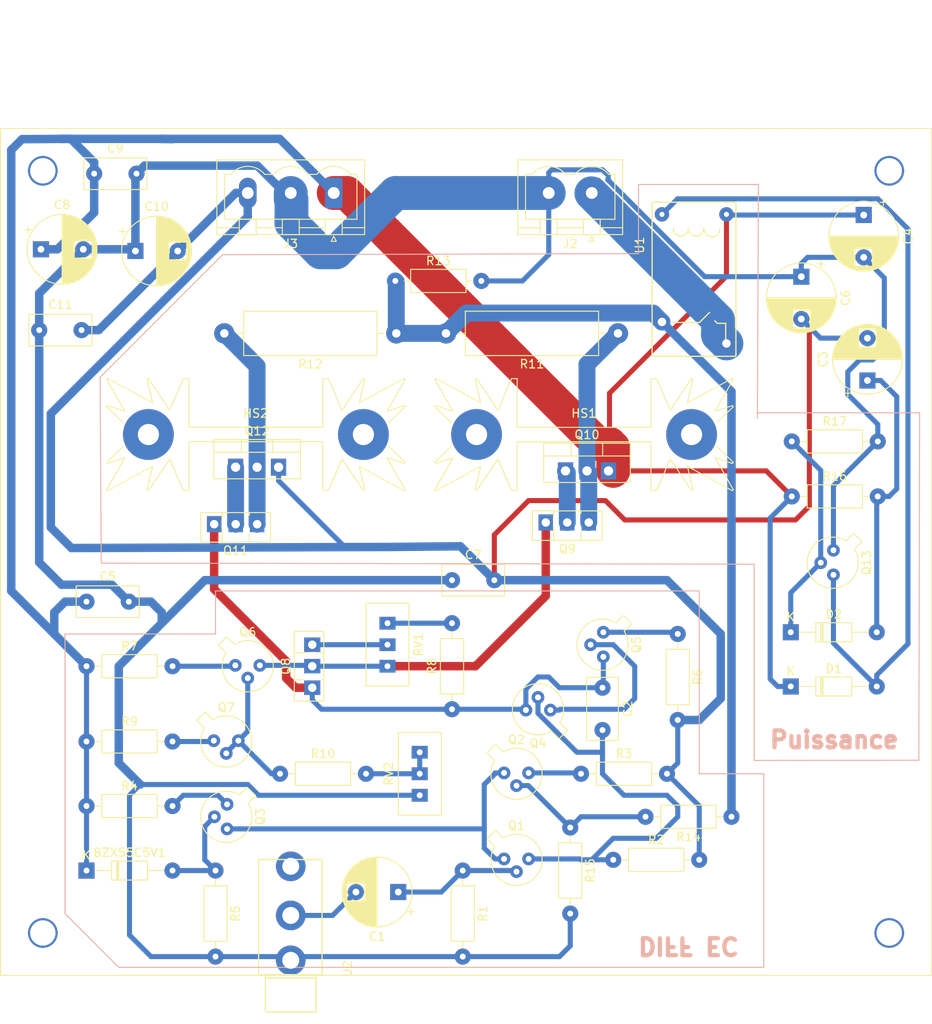
<source format=kicad_pcb>
(kicad_pcb (version 20171130) (host pcbnew "(5.1.5)-3")
  (title_block (title Ampli_Cavailles_Marina_GpeD) (date 2020-04-06) (company "INSA Toulouse GEI"))
  (layers (0 F.Cu signal) (31 B.Cu signal) (34 B.Paste user) (35 F.Paste user) (36 B.SilkS user) (37 F.SilkS user) (38 B.Mask user) (39 F.Mask user) (44 Edge.Cuts user))
  (net 0 "")
  (net 1 +12V)
  (net 2 "Net-(BZX55C5V1-Pad2)")
  (net 3 "Net-(C1-Pad2)")
  (net 4 "Net-(C1-Pad1)")
  (net 5 "Net-(C2-Pad2)")
  (net 6 "Net-(C2-Pad1)")
  (net 7 "Net-(C3-Pad1)")
  (net 8 -12V)
  (net 9 GND)
  (net 10 "Net-(D1-Pad2)")
  (net 11 "Net-(D2-Pad1)")
  (net 12 "Net-(J2-Pad1)")
  (net 13 "Net-(Q1-Pad1)")
  (net 14 "Net-(Q2-Pad2)")
  (net 15 "Net-(Q2-Pad3)")
  (net 16 "Net-(Q3-Pad1)")
  (net 17 "Net-(Q4-Pad1)")
  (net 18 "Net-(Q5-Pad1)")
  (net 19 "Net-(Q6-Pad1)")
  (net 20 "Net-(Q6-Pad2)")
  (net 21 "Net-(Q6-Pad3)")
  (net 22 "Net-(Q7-Pad1)")
  (net 23 "Net-(Q8-Pad3)")
  (net 24 "Net-(Q10-Pad1)")
  (net 25 "Net-(Q10-Pad2)")
  (net 26 "Net-(Q11-Pad1)")
  (net 27 "Net-(Q11-Pad2)")
  (net 28 "Net-(R8-Pad2)")
  (net 29 "Net-(R10-Pad2)")
  (net 30 "Net-(R11-Pad2)")
  (net 31 "Net-(U2-PadTN)")
  (module CmpAmpliAudio:CP_Radial_D8.0mm_P5.00mm (layer F.Cu) (at 30.1752 39.66972)
    (fp_text reference C8 (at 2.5 -5.25) (layer F.SilkS))
    (fp_text value CP)
    (pad 1 thru_hole rect (at 0 0) (size 1.9 1.9) (drill 0.8) (layers *.Cu *.Mask) (net 1 +12V))
    (pad 2 thru_hole circle (at 5 0) (size 1.9 1.9) (drill 0.8) (layers *.Cu *.Mask) (net 9 GND))
  )
  (module CmpAmpliAudio:CP_Radial_D8.0mm_P5.00mm (layer F.Cu) (at 41.3385 39.87292)
    (fp_text reference C10 (at 2.5 -5.25) (layer F.SilkS))
    (fp_text value CP)
    (pad 2 thru_hole circle (at 5 0) (size 1.9 1.9) (drill 0.8) (layers *.Cu *.Mask) (net 8 -12V))
    (pad 1 thru_hole rect (at 0 0) (size 1.9 1.9) (drill 0.8) (layers *.Cu *.Mask) (net 9 GND))
  )
  (module CmpAmpliAudioTR:Relais_112LMH2 (layer F.Cu) (at 94.02064 10.48258 270)
    (fp_text reference U1 (at 28.7 -6.9 90) (layer F.SilkS))
    (fp_text value Relay_1CT)
    (pad b1 thru_hole circle (at 25.065 -9.525 270) (size 1.7 1.7) (drill 0.6) (layers *.Cu *.Mask) (net 10 "Net-(D1-Pad2)"))
    (pad c1 thru_hole circle (at 37.765 -9.525 270) (size 2 2) (drill 1) (layers *.Cu *.Mask) (net 30 "Net-(R11-Pad2)"))
    (pad b2 thru_hole circle (at 25.065 -17.145 270) (size 1.7 1.7) (drill 0.6) (layers *.Cu *.Mask) (net 1 +12V))
    (pad c2 thru_hole circle (at 40.305 -17.145 270) (size 2 2) (drill 1) (layers *.Cu *.Mask) (net 12 "Net-(J2-Pad1)"))
  )
  (module CmpAmpliAudioTR:Jack_35RAPC2AV (layer F.Cu) (at 59.69 125.73 90)
    (fp_text reference U2 (at 1.1 6.7 90) (layer F.SilkS))
    (fp_text value Jack_Mono)
    (pad TN thru_hole circle (at 13.2 0 90) (size 3.5 3.5) (drill 2) (layers *.Cu *.Mask) (net 31 "Net-(U2-PadTN)"))
    (pad G thru_hole circle (at 2.1 0 90) (size 3.5 3.5) (drill 2) (layers *.Cu *.Mask) (net 9 GND))
    (pad T thru_hole circle (at 7.4 0 90) (size 3.5 3.5) (drill 2) (layers *.Cu *.Mask) (net 3 "Net-(C1-Pad2)"))
  )
  (module CmpAmpliAudio:D_DO-35_SOD27_P10.16mm_Horizontal (layer F.Cu) (at 35.56 113.03)
    (fp_text reference BZX55C5V1 (at 5.08 -2.12) (layer F.SilkS))
    (fp_text value D_Zener_ALT)
    (fp_text user K (at 0 -1.8) (layer F.SilkS))
    (pad 1 thru_hole rect (at 0 0) (size 1.9 1.9) (drill 0.7) (layers *.Cu *.Mask) (net 1 +12V))
    (pad 2 thru_hole oval (at 10.16 0) (size 1.9 1.9) (drill 0.7) (layers *.Cu *.Mask) (net 2 "Net-(BZX55C5V1-Pad2)"))
  )
  (module CmpAmpliAudio:CP_Radial_D8.0mm_P5.00mm (layer F.Cu) (at 72.39 115.57 180)
    (fp_text reference C1 (at 2.5 -5.25) (layer F.SilkS))
    (fp_text value CP)
    (pad 2 thru_hole circle (at 5 0 180) (size 1.9 1.9) (drill 0.8) (layers *.Cu *.Mask) (net 3 "Net-(C1-Pad2)"))
    (pad 1 thru_hole rect (at 0 0 180) (size 1.9 1.9) (drill 0.8) (layers *.Cu *.Mask) (net 4 "Net-(C1-Pad1)"))
  )
  (module CmpAmpliAudio:C_Rect_L7.2mm_W3.5mm_P5.00mm_FKS2_FKP2_MKS2_MKP2 (layer F.Cu) (at 96.52 91.44 270)
    (fp_text reference C2 (at 2.5 -3 90) (layer F.SilkS))
    (fp_text value C)
    (pad 2 thru_hole circle (at 5 0 270) (size 1.9 1.9) (drill 0.7) (layers *.Cu *.Mask) (net 5 "Net-(C2-Pad2)"))
    (pad 1 thru_hole circle (at 0 0 270) (size 1.9 1.9) (drill 0.7) (layers *.Cu *.Mask) (net 6 "Net-(C2-Pad1)"))
  )
  (module CmpAmpliAudio:CP_Radial_D8.0mm_P5.00mm (layer F.Cu) (at 127.8255 55.15864 90)
    (fp_text reference C3 (at 2.5 -5.25 90) (layer F.SilkS))
    (fp_text value CP)
    (pad 1 thru_hole rect (at 0 0 90) (size 1.9 1.9) (drill 0.8) (layers *.Cu *.Mask) (net 7 "Net-(C3-Pad1)"))
    (pad 2 thru_hole circle (at 5 0 90) (size 1.9 1.9) (drill 0.8) (layers *.Cu *.Mask) (net 8 -12V))
  )
  (module CmpAmpliAudio:CP_Radial_D8.0mm_P5.00mm (layer F.Cu) (at 127.381 35.62096 270)
    (fp_text reference C4 (at 2.5 -5.25 90) (layer F.SilkS))
    (fp_text value CP)
    (pad 2 thru_hole circle (at 5 0 270) (size 1.9 1.9) (drill 0.8) (layers *.Cu *.Mask) (net 9 GND))
    (pad 1 thru_hole rect (at 0 0 270) (size 1.9 1.9) (drill 0.8) (layers *.Cu *.Mask) (net 1 +12V))
  )
  (module CmpAmpliAudio:C_Rect_L7.2mm_W3.5mm_P5.00mm_FKS2_FKP2_MKS2_MKP2 (layer F.Cu) (at 35.56 81.28)
    (fp_text reference C5 (at 2.5 -3) (layer F.SilkS))
    (fp_text value C)
    (pad 2 thru_hole circle (at 5 0) (size 1.9 1.9) (drill 0.7) (layers *.Cu *.Mask) (net 9 GND))
    (pad 1 thru_hole circle (at 0 0) (size 1.9 1.9) (drill 0.7) (layers *.Cu *.Mask) (net 1 +12V))
  )
  (module CmpAmpliAudio:CP_Radial_D8.0mm_P5.00mm (layer F.Cu) (at 120.00992 42.90314 270)
    (fp_text reference C6 (at 2.5 -5.25 90) (layer F.SilkS))
    (fp_text value CP)
    (pad 1 thru_hole rect (at 0 0 270) (size 1.9 1.9) (drill 0.8) (layers *.Cu *.Mask) (net 9 GND))
    (pad 2 thru_hole circle (at 5 0 270) (size 1.9 1.9) (drill 0.8) (layers *.Cu *.Mask) (net 8 -12V))
  )
  (module CmpAmpliAudio:C_Rect_L7.2mm_W3.5mm_P5.00mm_FKS2_FKP2_MKS2_MKP2 (layer F.Cu) (at 78.74 78.74)
    (fp_text reference C7 (at 2.5 -3) (layer F.SilkS))
    (fp_text value C)
    (pad 1 thru_hole circle (at 0 0) (size 1.9 1.9) (drill 0.7) (layers *.Cu *.Mask) (net 9 GND))
    (pad 2 thru_hole circle (at 5 0) (size 1.9 1.9) (drill 0.7) (layers *.Cu *.Mask) (net 8 -12V))
  )
  (module CmpAmpliAudio:C_Rect_L7.2mm_W3.5mm_P5.00mm_FKS2_FKP2_MKS2_MKP2 (layer F.Cu) (at 36.46678 30.73908)
    (fp_text reference C9 (at 2.5 -3) (layer F.SilkS))
    (fp_text value C)
    (pad 1 thru_hole circle (at 0 0) (size 1.9 1.9) (drill 0.7) (layers *.Cu *.Mask) (net 1 +12V))
    (pad 2 thru_hole circle (at 5 0) (size 1.9 1.9) (drill 0.7) (layers *.Cu *.Mask) (net 9 GND))
  )
  (module CmpAmpliAudio:C_Rect_L7.2mm_W3.5mm_P5.00mm_FKS2_FKP2_MKS2_MKP2 (layer F.Cu) (at 29.972 49.2125)
    (fp_text reference C11 (at 2.5 -3) (layer F.SilkS))
    (fp_text value C)
    (pad 1 thru_hole circle (at 0 0) (size 1.9 1.9) (drill 0.7) (layers *.Cu *.Mask) (net 9 GND))
    (pad 2 thru_hole circle (at 5 0) (size 1.9 1.9) (drill 0.7) (layers *.Cu *.Mask) (net 8 -12V))
  )
  (module CmpAmpliAudio:D_DO-35_SOD27_P10.16mm_Horizontal (layer F.Cu) (at 118.76278 91.29268)
    (fp_text reference D1 (at 5.08 -2.12) (layer F.SilkS))
    (fp_text value 1N4148)
    (fp_text user K (at 0 -1.8) (layer F.SilkS))
    (pad 1 thru_hole rect (at 0 0) (size 1.9 1.9) (drill 0.7) (layers *.Cu *.Mask) (net 1 +12V))
    (pad 2 thru_hole oval (at 10.16 0) (size 1.9 1.9) (drill 0.7) (layers *.Cu *.Mask) (net 10 "Net-(D1-Pad2)"))
  )
  (module CmpAmpliAudio:D_DO-35_SOD27_P10.16mm_Horizontal (layer F.Cu) (at 118.76278 84.8868)
    (fp_text reference D2 (at 5.08 -2.12) (layer F.SilkS))
    (fp_text value 1N4148)
    (fp_text user K (at 0 -1.8) (layer F.SilkS))
    (pad 2 thru_hole oval (at 10.16 0) (size 1.9 1.9) (drill 0.7) (layers *.Cu *.Mask) (net 7 "Net-(C3-Pad1)"))
    (pad 1 thru_hole rect (at 0 0) (size 1.9 1.9) (drill 0.7) (layers *.Cu *.Mask) (net 11 "Net-(D2-Pad1)"))
  )
  (module CmpAmpliAudio:Heatsink_Fischer_SK104-STC-STIC_35x13mm_2xDrill2.5mm (layer F.Cu) (at 94.34322 61.5442)
    (fp_text reference HS1 (at -0.025 -2.5) (layer F.SilkS))
    (fp_text value Heatsink)
    (pad 1 thru_hole circle (at -12.7 0 180) (size 6 6) (drill 2.5) (layers *.Cu *.Mask))
    (pad 1 thru_hole circle (at 12.7 0) (size 6 6) (drill 2.5) (layers *.Cu *.Mask))
  )
  (module CmpAmpliAudio:Heatsink_Fischer_SK104-STC-STIC_35x13mm_2xDrill2.5mm (layer F.Cu) (at 55.57266 61.54166)
    (fp_text reference HS2 (at -0.025 -2.5) (layer F.SilkS))
    (fp_text value Heatsink)
    (pad 1 thru_hole circle (at 12.7 0) (size 6 6) (drill 2.5) (layers *.Cu *.Mask))
    (pad 1 thru_hole circle (at -12.7 0 180) (size 6 6) (drill 2.5) (layers *.Cu *.Mask))
  )
  (module CmpAmpliAudio:PhoenixContact_MSTBVA_2,5_2-G-5,08_1x02_P5.08mm_Vertical (layer F.Cu) (at 95.25 33.02 180)
    (fp_text reference J2 (at 2.54 -6) (layer F.SilkS))
    (fp_text value Conn_01x02)
    (pad 1 thru_hole roundrect (at 0 0 180) (size 2.08 3.6) (drill 1.4) (layers *.Cu *.Mask) (roundrect_rratio 0.120192) (net 12 "Net-(J2-Pad1)"))
    (pad 2 thru_hole oval (at 5.08 0 180) (size 2.08 3.6) (drill 1.4) (layers *.Cu *.Mask) (net 9 GND))
  )
  (module CmpAmpliAudio:PhoenixContact_MSTBVA_2,5_3-G-5,08_1x03_P5.08mm_Vertical (layer F.Cu) (at 64.77 33.02 180)
    (fp_text reference J3 (at 5.08 -6) (layer F.SilkS))
    (fp_text value Conn_01x03)
    (pad 1 thru_hole roundrect (at 0 0 180) (size 2.08 3.6) (drill 1.4) (layers *.Cu *.Mask) (roundrect_rratio 0.120192) (net 1 +12V))
    (pad 2 thru_hole oval (at 5.08 0 180) (size 2.08 3.6) (drill 1.4) (layers *.Cu *.Mask) (net 9 GND))
    (pad 3 thru_hole oval (at 10.16 0 180) (size 2.08 3.6) (drill 1.4) (layers *.Cu *.Mask) (net 8 -12V))
  )
  (module CmpAmpliAudio:TO-18-3 (layer F.Cu) (at 85.09 111.76)
    (fp_text reference Q1 (at 1.27 -4.02) (layer F.SilkS))
    (fp_text value 2N2907)
    (pad 1 thru_hole circle (at -0.2 -0.1) (size 1.5 1.5) (drill 0.7) (layers *.Cu *.Mask) (net 13 "Net-(Q1-Pad1)"))
    (pad 2 thru_hole circle (at 1.27 1.4) (size 1.5 1.5) (drill 0.7) (layers *.Cu *.Mask) (net 4 "Net-(C1-Pad1)"))
    (pad 3 thru_hole circle (at 2.7 -0.1) (size 1.5 1.5) (drill 0.7) (layers *.Cu *.Mask) (net 5 "Net-(C2-Pad2)"))
  )
  (module CmpAmpliAudio:TO-18-3 (layer F.Cu) (at 85.09 101.6)
    (fp_text reference Q2 (at 1.27 -4.02) (layer F.SilkS))
    (fp_text value 2N2907)
    (pad 1 thru_hole circle (at -0.2 -0.1) (size 1.5 1.5) (drill 0.7) (layers *.Cu *.Mask) (net 13 "Net-(Q1-Pad1)"))
    (pad 2 thru_hole circle (at 1.27 1.4) (size 1.5 1.5) (drill 0.7) (layers *.Cu *.Mask) (net 14 "Net-(Q2-Pad2)"))
    (pad 3 thru_hole circle (at 2.7 -0.1) (size 1.5 1.5) (drill 0.7) (layers *.Cu *.Mask) (net 15 "Net-(Q2-Pad3)"))
  )
  (module CmpAmpliAudio:TO-18-3 (layer F.Cu) (at 52.07 105.41 270)
    (fp_text reference Q3 (at 1.27 -4.02 90) (layer F.SilkS))
    (fp_text value 2N2907)
    (pad 3 thru_hole circle (at 2.7 -0.1 270) (size 1.5 1.5) (drill 0.7) (layers *.Cu *.Mask) (net 13 "Net-(Q1-Pad1)"))
    (pad 2 thru_hole circle (at 1.27 1.4 270) (size 1.5 1.5) (drill 0.7) (layers *.Cu *.Mask) (net 2 "Net-(BZX55C5V1-Pad2)"))
    (pad 1 thru_hole circle (at -0.2 -0.1 270) (size 1.5 1.5) (drill 0.7) (layers *.Cu *.Mask) (net 16 "Net-(Q3-Pad1)"))
  )
  (module CmpAmpliAudio:TO-18-3 (layer F.Cu) (at 90.17 93.98 180)
    (fp_text reference Q4 (at 1.27 -4.02) (layer F.SilkS))
    (fp_text value 2N2222)
    (pad 3 thru_hole circle (at 2.7 -0.1 180) (size 1.5 1.5) (drill 0.7) (layers *.Cu *.Mask) (net 6 "Net-(C2-Pad1)"))
    (pad 2 thru_hole circle (at 1.27 1.4 180) (size 1.5 1.5) (drill 0.7) (layers *.Cu *.Mask) (net 5 "Net-(C2-Pad2)"))
    (pad 1 thru_hole circle (at -0.2 -0.1 180) (size 1.5 1.5) (drill 0.7) (layers *.Cu *.Mask) (net 17 "Net-(Q4-Pad1)"))
  )
  (module CmpAmpliAudio:TO-18-3 (layer F.Cu) (at 96.52 85.09 270)
    (fp_text reference Q5 (at 1.27 -4.02 90) (layer F.SilkS))
    (fp_text value 2N2222)
    (pad 1 thru_hole circle (at -0.2 -0.1 270) (size 1.5 1.5) (drill 0.7) (layers *.Cu *.Mask) (net 18 "Net-(Q5-Pad1)"))
    (pad 2 thru_hole circle (at 1.27 1.4 270) (size 1.5 1.5) (drill 0.7) (layers *.Cu *.Mask) (net 17 "Net-(Q4-Pad1)"))
    (pad 3 thru_hole circle (at 2.7 -0.1 270) (size 1.5 1.5) (drill 0.7) (layers *.Cu *.Mask) (net 6 "Net-(C2-Pad1)"))
  )
  (module CmpAmpliAudio:TO-18-3 (layer F.Cu) (at 53.34 88.9)
    (fp_text reference Q6 (at 1.27 -4.02) (layer F.SilkS))
    (fp_text value 2N2907)
    (pad 1 thru_hole circle (at -0.2 -0.1) (size 1.5 1.5) (drill 0.7) (layers *.Cu *.Mask) (net 19 "Net-(Q6-Pad1)"))
    (pad 2 thru_hole circle (at 1.27 1.4) (size 1.5 1.5) (drill 0.7) (layers *.Cu *.Mask) (net 20 "Net-(Q6-Pad2)"))
    (pad 3 thru_hole circle (at 2.7 -0.1) (size 1.5 1.5) (drill 0.7) (layers *.Cu *.Mask) (net 21 "Net-(Q6-Pad3)"))
  )
  (module CmpAmpliAudio:TO-18-3 (layer F.Cu) (at 50.8 97.79)
    (fp_text reference Q7 (at 1.27 -4.02) (layer F.SilkS))
    (fp_text value 2N2907)
    (pad 3 thru_hole circle (at 2.7 -0.1) (size 1.5 1.5) (drill 0.7) (layers *.Cu *.Mask) (net 20 "Net-(Q6-Pad2)"))
    (pad 2 thru_hole circle (at 1.27 1.4) (size 1.5 1.5) (drill 0.7) (layers *.Cu *.Mask) (net 20 "Net-(Q6-Pad2)"))
    (pad 1 thru_hole circle (at -0.2 -0.1) (size 1.5 1.5) (drill 0.7) (layers *.Cu *.Mask) (net 22 "Net-(Q7-Pad1)"))
  )
  (module CmpAmpliAudio:TO-126-3_Vertical (layer F.Cu) (at 62.23 91.44 90)
    (fp_text reference Q8 (at 2.54 -3.12 90) (layer F.SilkS))
    (fp_text value BD139)
    (pad 1 thru_hole rect (at 0 0 90) (size 1.7 1.9) (drill 1) (layers *.Cu *.Mask) (net 6 "Net-(C2-Pad1)"))
    (pad 2 thru_hole rect (at 2.54 0 90) (size 1.7 1.9) (drill 1) (layers *.Cu *.Mask) (net 21 "Net-(Q6-Pad3)"))
    (pad 3 thru_hole rect (at 5.08 0 90) (size 1.7 1.9) (drill 1) (layers *.Cu *.Mask) (net 23 "Net-(Q8-Pad3)"))
  )
  (module CmpAmpliAudio:TO-126-3_Vertical (layer F.Cu) (at 94.89694 71.92772 180)
    (fp_text reference Q9 (at 2.54 -3.12) (layer F.SilkS))
    (fp_text value BD139)
    (pad 3 thru_hole rect (at 5.08 0 180) (size 1.7 1.9) (drill 1) (layers *.Cu *.Mask) (net 21 "Net-(Q6-Pad3)"))
    (pad 2 thru_hole rect (at 2.54 0 180) (size 1.7 1.9) (drill 1) (layers *.Cu *.Mask) (net 24 "Net-(Q10-Pad1)"))
    (pad 1 thru_hole rect (at 0 0 180) (size 1.7 1.9) (drill 1) (layers *.Cu *.Mask) (net 25 "Net-(Q10-Pad2)"))
  )
  (module CmpAmpliAudio:TO-220-3_Vertical (layer F.Cu) (at 92.14866 65.8368)
    (fp_text reference Q10 (at 2.54 -4.27) (layer F.SilkS))
    (fp_text value TIP32)
    (pad 1 thru_hole rect (at 0 0) (size 1.8 2) (drill 1.1) (layers *.Cu *.Mask) (net 24 "Net-(Q10-Pad1)"))
    (pad 2 thru_hole rect (at 2.54 0) (size 1.8 2) (drill 1.1) (layers *.Cu *.Mask) (net 25 "Net-(Q10-Pad2)"))
    (pad 3 thru_hole rect (at 5.08 0) (size 1.8 2) (drill 1.1) (layers *.Cu *.Mask) (net 1 +12V))
  )
  (module CmpAmpliAudio:TO-126-3_Vertical (layer F.Cu) (at 55.72252 72.13092 180)
    (fp_text reference Q11 (at 2.54 -3.12) (layer F.SilkS))
    (fp_text value BD138)
    (pad 1 thru_hole rect (at 0 0 180) (size 1.7 1.9) (drill 1) (layers *.Cu *.Mask) (net 26 "Net-(Q11-Pad1)"))
    (pad 2 thru_hole rect (at 2.54 0 180) (size 1.7 1.9) (drill 1) (layers *.Cu *.Mask) (net 27 "Net-(Q11-Pad2)"))
    (pad 3 thru_hole rect (at 5.08 0 180) (size 1.7 1.9) (drill 1) (layers *.Cu *.Mask) (net 6 "Net-(C2-Pad1)"))
  )
  (module CmpAmpliAudio:TO-220-3_Vertical (layer F.Cu) (at 53.17236 65.39992)
    (fp_text reference Q12 (at 2.54 -4.27) (layer F.SilkS))
    (fp_text value TIP31)
    (pad 3 thru_hole rect (at 5.08 0) (size 1.8 2) (drill 1.1) (layers *.Cu *.Mask) (net 8 -12V))
    (pad 2 thru_hole rect (at 2.54 0) (size 1.8 2) (drill 1.1) (layers *.Cu *.Mask) (net 26 "Net-(Q11-Pad1)"))
    (pad 1 thru_hole rect (at 0 0) (size 1.8 2) (drill 1.1) (layers *.Cu *.Mask) (net 27 "Net-(Q11-Pad2)"))
  )
  (module CmpAmpliAudio:TO-18-3 (layer F.Cu) (at 123.70562 75.41006 270)
    (fp_text reference Q13 (at 1.27 -4.02 90) (layer F.SilkS))
    (fp_text value 2N2222)
    (pad 3 thru_hole circle (at 2.7 -0.1 270) (size 1.5 1.5) (drill 0.7) (layers *.Cu *.Mask) (net 10 "Net-(D1-Pad2)"))
    (pad 2 thru_hole circle (at 1.27 1.4 270) (size 1.5 1.5) (drill 0.7) (layers *.Cu *.Mask) (net 11 "Net-(D2-Pad1)"))
    (pad 1 thru_hole circle (at -0.2 -0.1 270) (size 1.5 1.5) (drill 0.7) (layers *.Cu *.Mask) (net 9 GND))
  )
  (module CmpAmpliAudio:R_Axial_DIN0207_L6.3mm_D2.5mm_P10.16mm_Horizontal (layer F.Cu) (at 80.01 113.03 270)
    (fp_text reference R1 (at 5.08 -2.37 90) (layer F.SilkS))
    (fp_text value R)
    (pad 2 thru_hole circle (at 10.16 0 270) (size 1.9 1.9) (drill 0.7) (layers *.Cu *.Mask) (net 9 GND))
    (pad 1 thru_hole circle (at 0 0 270) (size 1.9 1.9) (drill 0.7) (layers *.Cu *.Mask) (net 4 "Net-(C1-Pad1)"))
  )
  (module CmpAmpliAudio:R_Axial_DIN0207_L6.3mm_D2.5mm_P10.16mm_Horizontal (layer F.Cu) (at 97.79 111.76)
    (fp_text reference R2 (at 5.08 -2.37) (layer F.SilkS))
    (fp_text value R)
    (pad 2 thru_hole circle (at 10.16 0) (size 1.9 1.9) (drill 0.7) (layers *.Cu *.Mask) (net 8 -12V))
    (pad 1 thru_hole circle (at 0 0) (size 1.9 1.9) (drill 0.7) (layers *.Cu *.Mask) (net 5 "Net-(C2-Pad2)"))
  )
  (module CmpAmpliAudio:R_Axial_DIN0207_L6.3mm_D2.5mm_P10.16mm_Horizontal (layer F.Cu) (at 93.98 101.6)
    (fp_text reference R3 (at 5.08 -2.37) (layer F.SilkS))
    (fp_text value R)
    (pad 1 thru_hole circle (at 0 0) (size 1.9 1.9) (drill 0.7) (layers *.Cu *.Mask) (net 15 "Net-(Q2-Pad3)"))
    (pad 2 thru_hole circle (at 10.16 0) (size 1.9 1.9) (drill 0.7) (layers *.Cu *.Mask) (net 8 -12V))
  )
  (module CmpAmpliAudio:R_Axial_DIN0207_L6.3mm_D2.5mm_P10.16mm_Horizontal (layer F.Cu) (at 35.56 105.41)
    (fp_text reference R4 (at 5.08 -2.37) (layer F.SilkS))
    (fp_text value R)
    (pad 1 thru_hole circle (at 0 0) (size 1.9 1.9) (drill 0.7) (layers *.Cu *.Mask) (net 1 +12V))
    (pad 2 thru_hole circle (at 10.16 0) (size 1.9 1.9) (drill 0.7) (layers *.Cu *.Mask) (net 16 "Net-(Q3-Pad1)"))
  )
  (module CmpAmpliAudio:R_Axial_DIN0207_L6.3mm_D2.5mm_P10.16mm_Horizontal (layer F.Cu) (at 50.8 113.03 270)
    (fp_text reference R5 (at 5.08 -2.37 90) (layer F.SilkS))
    (fp_text value R)
    (pad 1 thru_hole circle (at 0 0 270) (size 1.9 1.9) (drill 0.7) (layers *.Cu *.Mask) (net 2 "Net-(BZX55C5V1-Pad2)"))
    (pad 2 thru_hole circle (at 10.16 0 270) (size 1.9 1.9) (drill 0.7) (layers *.Cu *.Mask) (net 9 GND))
  )
  (module CmpAmpliAudio:R_Axial_DIN0207_L6.3mm_D2.5mm_P10.16mm_Horizontal (layer F.Cu) (at 105.41 85.09 270)
    (fp_text reference R6 (at 5.08 -2.37 90) (layer F.SilkS))
    (fp_text value R)
    (pad 1 thru_hole circle (at 0 0 270) (size 1.9 1.9) (drill 0.7) (layers *.Cu *.Mask) (net 18 "Net-(Q5-Pad1)"))
    (pad 2 thru_hole circle (at 10.16 0 270) (size 1.9 1.9) (drill 0.7) (layers *.Cu *.Mask) (net 8 -12V))
  )
  (module CmpAmpliAudio:R_Axial_DIN0207_L6.3mm_D2.5mm_P10.16mm_Horizontal (layer F.Cu) (at 35.56 88.9)
    (fp_text reference R7 (at 5.08 -2.37) (layer F.SilkS))
    (fp_text value R)
    (pad 1 thru_hole circle (at 0 0) (size 1.9 1.9) (drill 0.7) (layers *.Cu *.Mask) (net 1 +12V))
    (pad 2 thru_hole circle (at 10.16 0) (size 1.9 1.9) (drill 0.7) (layers *.Cu *.Mask) (net 19 "Net-(Q6-Pad1)"))
  )
  (module CmpAmpliAudio:R_Axial_DIN0207_L6.3mm_D2.5mm_P10.16mm_Horizontal (layer F.Cu) (at 78.74 93.98 90)
    (fp_text reference R8 (at 5.08 -2.37 90) (layer F.SilkS))
    (fp_text value R)
    (pad 2 thru_hole circle (at 10.16 0 90) (size 1.9 1.9) (drill 0.7) (layers *.Cu *.Mask) (net 28 "Net-(R8-Pad2)"))
    (pad 1 thru_hole circle (at 0 0 90) (size 1.9 1.9) (drill 0.7) (layers *.Cu *.Mask) (net 6 "Net-(C2-Pad1)"))
  )
  (module CmpAmpliAudio:R_Axial_DIN0207_L6.3mm_D2.5mm_P10.16mm_Horizontal (layer F.Cu) (at 35.56 97.79)
    (fp_text reference R9 (at 5.08 -2.37) (layer F.SilkS))
    (fp_text value R)
    (pad 1 thru_hole circle (at 0 0) (size 1.9 1.9) (drill 0.7) (layers *.Cu *.Mask) (net 1 +12V))
    (pad 2 thru_hole circle (at 10.16 0) (size 1.9 1.9) (drill 0.7) (layers *.Cu *.Mask) (net 22 "Net-(Q7-Pad1)"))
  )
  (module CmpAmpliAudio:R_Axial_DIN0207_L6.3mm_D2.5mm_P10.16mm_Horizontal (layer F.Cu) (at 58.42 101.6)
    (fp_text reference R10 (at 5.08 -2.37) (layer F.SilkS))
    (fp_text value R)
    (pad 2 thru_hole circle (at 10.16 0) (size 1.9 1.9) (drill 0.7) (layers *.Cu *.Mask) (net 29 "Net-(R10-Pad2)"))
    (pad 1 thru_hole circle (at 0 0) (size 1.9 1.9) (drill 0.7) (layers *.Cu *.Mask) (net 20 "Net-(Q6-Pad2)"))
  )
  (module CmpAmpliAudio:R_Axial_DIN0516_L15.5mm_D5.0mm_P20.32mm_Horizontal (layer F.Cu) (at 98.3488 49.59858 180)
    (fp_text reference R11 (at 10.16 -3.62) (layer F.SilkS))
    (fp_text value R)
    (pad 2 thru_hole oval (at 20.32 0 180) (size 2.4 2.4) (drill 1) (layers *.Cu *.Mask) (net 30 "Net-(R11-Pad2)"))
    (pad 1 thru_hole circle (at 0 0 180) (size 2.4 2.4) (drill 1) (layers *.Cu *.Mask) (net 25 "Net-(Q10-Pad2)"))
  )
  (module CmpAmpliAudio:R_Axial_DIN0516_L15.5mm_D5.0mm_P20.32mm_Horizontal (layer F.Cu) (at 72.1614 49.59858 180)
    (fp_text reference R12 (at 10.16 -3.62) (layer F.SilkS))
    (fp_text value R)
    (pad 1 thru_hole circle (at 0 0 180) (size 2.4 2.4) (drill 1) (layers *.Cu *.Mask) (net 30 "Net-(R11-Pad2)"))
    (pad 2 thru_hole oval (at 20.32 0 180) (size 2.4 2.4) (drill 1) (layers *.Cu *.Mask) (net 26 "Net-(Q11-Pad1)"))
  )
  (module CmpAmpliAudio:R_Axial_DIN0207_L6.3mm_D2.5mm_P10.16mm_Horizontal (layer F.Cu) (at 72.04456 43.40606)
    (fp_text reference R13 (at 5.08 -2.37) (layer F.SilkS))
    (fp_text value R)
    (pad 1 thru_hole circle (at 0 0) (size 1.9 1.9) (drill 0.7) (layers *.Cu *.Mask) (net 30 "Net-(R11-Pad2)"))
    (pad 2 thru_hole circle (at 10.16 0) (size 1.9 1.9) (drill 0.7) (layers *.Cu *.Mask) (net 9 GND))
  )
  (module CmpAmpliAudio:R_Axial_DIN0207_L6.3mm_D2.5mm_P10.16mm_Horizontal (layer F.Cu) (at 111.76 106.68 180)
    (fp_text reference R14 (at 5.08 -2.37) (layer F.SilkS))
    (fp_text value R)
    (pad 2 thru_hole circle (at 10.16 0 180) (size 1.9 1.9) (drill 0.7) (layers *.Cu *.Mask) (net 14 "Net-(Q2-Pad2)"))
    (pad 1 thru_hole circle (at 0 0 180) (size 1.9 1.9) (drill 0.7) (layers *.Cu *.Mask) (net 30 "Net-(R11-Pad2)"))
  )
  (module CmpAmpliAudio:R_Axial_DIN0207_L6.3mm_D2.5mm_P10.16mm_Horizontal (layer F.Cu) (at 92.71 107.95 270)
    (fp_text reference R15 (at 5.08 -2.37 90) (layer F.SilkS))
    (fp_text value R)
    (pad 2 thru_hole circle (at 10.16 0 270) (size 1.9 1.9) (drill 0.7) (layers *.Cu *.Mask) (net 9 GND))
    (pad 1 thru_hole circle (at 0 0 270) (size 1.9 1.9) (drill 0.7) (layers *.Cu *.Mask) (net 14 "Net-(Q2-Pad2)"))
  )
  (module CmpAmpliAudio:R_Axial_DIN0207_L6.3mm_D2.5mm_P10.16mm_Horizontal (layer F.Cu) (at 118.8847 68.85178)
    (fp_text reference R16 (at 5.08 -2.37) (layer F.SilkS))
    (fp_text value R)
    (pad 2 thru_hole circle (at 10.16 0) (size 1.9 1.9) (drill 0.7) (layers *.Cu *.Mask) (net 7 "Net-(C3-Pad1)"))
    (pad 1 thru_hole circle (at 0 0) (size 1.9 1.9) (drill 0.7) (layers *.Cu *.Mask) (net 1 +12V))
  )
  (module CmpAmpliAudio:R_Axial_DIN0207_L6.3mm_D2.5mm_P10.16mm_Horizontal (layer F.Cu) (at 118.8847 62.357)
    (fp_text reference R17 (at 5.08 -2.37) (layer F.SilkS))
    (fp_text value R)
    (pad 1 thru_hole circle (at 0 0) (size 1.9 1.9) (drill 0.7) (layers *.Cu *.Mask) (net 11 "Net-(D2-Pad1)"))
    (pad 2 thru_hole circle (at 10.16 0) (size 1.9 1.9) (drill 0.7) (layers *.Cu *.Mask) (net 9 GND))
  )
  (module CmpAmpliAudio:Potentiometer_Bourns_3296W_Vertical (layer F.Cu) (at 71.12 88.9 270)
    (fp_text reference RV1 (at -2.54 -3.66 90) (layer F.SilkS))
    (fp_text value R_POT)
    (pad 3 thru_hole rect (at -5.08 0 270) (size 1.5 1.9) (drill 0.7) (layers *.Cu *.Mask) (net 28 "Net-(R8-Pad2)"))
    (pad 2 thru_hole rect (at -2.54 0 270) (size 1.5 1.9) (drill 0.7) (layers *.Cu *.Mask) (net 23 "Net-(Q8-Pad3)"))
    (pad 1 thru_hole rect (at 0 0 270) (size 1.5 1.9) (drill 0.7) (layers *.Cu *.Mask) (net 21 "Net-(Q6-Pad3)"))
  )
  (module CmpAmpliAudio:Potentiometer_Bourns_3296W_Vertical (layer F.Cu) (at 74.93 99.06 90)
    (fp_text reference RV2 (at -2.54 -3.66 90) (layer F.SilkS))
    (fp_text value R_POT)
    (pad 1 thru_hole rect (at 0 0 90) (size 1.5 1.9) (drill 0.7) (layers *.Cu *.Mask) (net 29 "Net-(R10-Pad2)"))
    (pad 2 thru_hole rect (at -2.54 0 90) (size 1.5 1.9) (drill 0.7) (layers *.Cu *.Mask) (net 29 "Net-(R10-Pad2)"))
    (pad 3 thru_hole rect (at -5.08 0 90) (size 1.5 1.9) (drill 0.7) (layers *.Cu *.Mask) (net 9 GND))
  )
  (gr_line (start 114.89182 58.97626) (end 114.89182 59.06516) (layer B.SilkS) (width 0.12))
  (gr_line (start 133.985 58.97626) (end 114.89182 58.97626) (layer B.SilkS) (width 0.12))
  (gr_line (start 133.8961 100.00234) (end 133.985 58.97626) (layer B.SilkS) (width 0.12))
  (gr_line (start 114.44732 100.02266) (end 133.8961 100.00234) (layer B.SilkS) (width 0.12))
  (gr_text Puissance (at 123.89358 97.58426) (layer B.SilkS) (effects (font (size 2 2) (thickness 0.5))))
  (gr_line (start 100.77704 32.02178) (end 114.935 32.02178) (layer B.SilkS) (width 0.12))
  (gr_line (start 100.77196 40.20058) (end 100.77196 32.0802) (layer B.SilkS) (width 0.12))
  (gr_line (start 51.63566 40.31234) (end 100.73386 40.18534) (layer B.SilkS) (width 0.12))
  (gr_line (start 37.17036 54.7751) (end 51.63566 40.31234) (layer B.SilkS) (width 0.12))
  (gr_line (start 114.81816 59.63412) (end 114.94516 31.93796) (layer B.SilkS) (width 0.12))
  (gr_line (start 114.43716 76.85278) (end 114.43716 99.95408) (layer B.SilkS) (width 0.12))
  (gr_line (start 37.29736 76.72578) (end 114.43716 76.85278) (layer B.SilkS) (width 0.12))
  (gr_line (start 37.17036 54.7751) (end 37.29736 76.72578) (layer B.SilkS) (width 0.12))
  (gr_line (start 107.95 101.6) (end 115.57 101.6) (layer B.SilkS) (width 0.12))
  (gr_line (start 107.95 80.01) (end 107.95 101.6) (layer B.SilkS) (width 0.12))
  (gr_line (start 50.8 85.09) (end 33.02 85.09) (layer B.SilkS) (width 0.12))
  (gr_line (start 50.8 80.01) (end 50.8 85.09) (layer B.SilkS) (width 0.12))
  (gr_line (start 33.02 118.11) (end 39.37 124.46) (layer B.SilkS) (width 0.12))
  (gr_text "DIFF EC" (at 106.68 121.92 180) (layer B.SilkS) (effects (font (size 2 2) (thickness 0.5)) (justify mirror)))
  (gr_line (start 33.02 118.11) (end 33.02 85.09) (layer B.SilkS) (width 0.12))
  (gr_line (start 115.57 124.46) (end 39.37 124.46) (layer B.SilkS) (width 0.12))
  (gr_line (start 115.57 101.6) (end 115.57 124.46) (layer B.SilkS) (width 0.12))
  (gr_line (start 50.8 80.01) (end 107.95 80.01) (layer B.SilkS) (width 0.12))
  (gr_line (start 135.4 25.4) (end 25.4 25.4) (layer F.SilkS) (width 0.12))
  (gr_line (start 135.4 125.4) (end 135.4 25.4) (layer F.SilkS) (width 0.12))
  (gr_line (start 25.4 125.4) (end 135.4 125.4) (layer F.SilkS) (width 0.12))
  (gr_line (start 25.4 25.4) (end 25.4 125.4) (layer F.SilkS) (width 0.12))
  (via (at 30.4 30.4) (size 3.5) (drill 3) (layers F.Cu B.Cu) (net 0))
  (via (at 130.4 30.4) (size 3.5) (drill 3) (layers F.Cu B.Cu) (net 0))
  (via (at 30.4 120.4) (size 3.5) (drill 3) (layers F.Cu B.Cu) (net 0))
  (via (at 130.4 120.4) (size 3.5) (drill 3) (layers F.Cu B.Cu) (net 0))
  (segment (start 35.56 105.41) (end 35.56 113.03) (width 0.6) (layer B.Cu) (net 1))
  (segment (start 35.56 105.41) (end 35.56 97.79) (width 0.6) (layer B.Cu) (net 1))
  (segment (start 35.56 97.79) (end 35.56 88.9) (width 0.6) (layer B.Cu) (net 1))
  (segment (start 27.94 26.67) (end 26.67 27.94) (width 1) (layer B.Cu) (net 1))
  (segment (start 26.67 27.94) (end 26.67 80.01) (width 1) (layer B.Cu) (net 1))
  (segment (start 35.56 81.28) (end 33.02 81.28) (width 1) (layer B.Cu) (net 1))
  (segment (start 26.67 80.01) (end 30.48 83.82) (width 1) (layer B.Cu) (net 1))
  (segment (start 31.75 85.09) (end 35.56 88.9) (width 1) (layer B.Cu) (net 1))
  (segment (start 31.75 85.09) (end 31.75 82.55) (width 1) (layer B.Cu) (net 1))
  (segment (start 30.48 83.82) (end 31.75 85.09) (width 1) (layer B.Cu) (net 1))
  (segment (start 31.75 82.55) (end 33.02 81.28) (width 1) (layer B.Cu) (net 1))
  (segment (start 36.46678 32.082582) (end 36.46678 30.73908) (width 1) (layer B.Cu) (net 1))
  (segment (start 36.46678 35.32814) (end 36.46678 32.082582) (width 1) (layer B.Cu) (net 1))
  (segment (start 32.1252 39.66972) (end 36.46678 35.32814) (width 1) (layer B.Cu) (net 1))
  (segment (start 30.1752 39.66972) (end 32.1252 39.66972) (width 1) (layer B.Cu) (net 1))
  (segment (start 33.700562 26.62936) (end 32.57296 26.62936) (width 1) (layer B.Cu) (net 1))
  (segment (start 36.46678 29.395578) (end 33.700562 26.62936) (width 1) (layer B.Cu) (net 1))
  (segment (start 36.46678 30.73908) (end 36.46678 29.395578) (width 1) (layer B.Cu) (net 1))
  (segment (start 32.57296 26.62936) (end 27.94 26.67) (width 1) (layer B.Cu) (net 1))
  (segment (start 58.37936 26.62936) (end 44.34586 26.62936) (width 1) (layer B.Cu) (net 1))
  (segment (start 45.72 26.67) (end 44.34586 26.62936) (width 1) (layer B.Cu) (net 1))
  (segment (start 64.77 33.02) (end 58.37936 26.62936) (width 1) (layer B.Cu) (net 1))
  (segment (start 44.34586 26.62936) (end 32.57296 26.62936) (width 1) (layer B.Cu) (net 1))
  (segment (start 117.21278 91.29268) (end 116.32946 90.40936) (width 0.6) (layer B.Cu) (net 1))
  (segment (start 118.76278 91.29268) (end 117.21278 91.29268) (width 0.6) (layer B.Cu) (net 1))
  (segment (start 116.32946 71.40702) (end 118.8847 68.85178) (width 0.6) (layer B.Cu) (net 1))
  (segment (start 116.32946 90.40936) (end 116.32946 71.40702) (width 0.6) (layer B.Cu) (net 1))
  (segment (start 111.23902 35.62096) (end 111.16564 35.54758) (width 0.6) (layer B.Cu) (net 1))
  (segment (start 127.381 35.62096) (end 111.23902 35.62096) (width 0.6) (layer B.Cu) (net 1))
  (segment (start 115.86972 65.8368) (end 118.8847 68.85178) (width 0.6) (layer F.Cu) (net 1))
  (segment (start 97.22866 65.8368) (end 115.86972 65.8368) (width 0.6) (layer F.Cu) (net 1))
  (segment (start 97.348661 62.636799) (end 97.788661 63.076799) (width 4) (layer F.Cu) (net 1))
  (segment (start 97.788661 63.076799) (end 97.788661 65.8368) (width 4) (layer F.Cu) (net 1))
  (segment (start 95.937301 62.636799) (end 97.348661 62.636799) (width 4) (layer F.Cu) (net 1))
  (segment (start 64.77 33.02) (end 66.320502 33.02) (width 4) (layer F.Cu) (net 1))
  (segment (start 66.320502 33.02) (end 95.937301 62.636799) (width 4) (layer F.Cu) (net 1))
  (segment (start 97.348661 56.664561) (end 97.348661 62.636799) (width 0.6) (layer F.Cu) (net 1))
  (segment (start 111.16564 42.847582) (end 97.348661 56.664561) (width 0.6) (layer F.Cu) (net 1))
  (segment (start 111.16564 35.54758) (end 111.16564 42.847582) (width 0.6) (layer F.Cu) (net 1))
  (segment (start 50.67 106.68) (end 49.53 107.82) (width 0.6) (layer B.Cu) (net 2))
  (segment (start 49.53 107.82) (end 49.53 111.76) (width 0.6) (layer B.Cu) (net 2))
  (segment (start 49.53 111.76) (end 50.8 113.03) (width 0.6) (layer B.Cu) (net 2))
  (segment (start 45.72 113.03) (end 50.8 113.03) (width 0.6) (layer B.Cu) (net 2))
  (segment (start 64.63 118.33) (end 67.39 115.57) (width 0.6) (layer B.Cu) (net 3))
  (segment (start 59.69 118.33) (end 64.63 118.33) (width 0.6) (layer B.Cu) (net 3))
  (segment (start 77.47 115.57) (end 80.01 113.03) (width 0.6) (layer B.Cu) (net 4))
  (segment (start 72.39 115.57) (end 77.47 115.57) (width 0.6) (layer B.Cu) (net 4))
  (segment (start 86.23 113.03) (end 86.36 113.16) (width 0.6) (layer B.Cu) (net 4))
  (segment (start 80.01 113.03) (end 86.23 113.03) (width 0.6) (layer B.Cu) (net 4))
  (segment (start 93.88 111.66) (end 93.98 111.76) (width 0.6) (layer B.Cu) (net 5))
  (segment (start 87.79 111.66) (end 93.88 111.66) (width 0.6) (layer B.Cu) (net 5))
  (segment (start 88.9 94.460002) (end 93.499998 99.06) (width 0.6) (layer B.Cu) (net 5))
  (segment (start 88.9 92.58) (end 88.9 94.460002) (width 0.6) (layer B.Cu) (net 5))
  (segment (start 93.499998 99.06) (end 96.52 99.06) (width 0.6) (layer B.Cu) (net 5))
  (segment (start 96.52 96.44) (end 96.52 99.06) (width 0.6) (layer B.Cu) (net 5))
  (segment (start 95.25 111.76) (end 97.79 111.76) (width 0.6) (layer B.Cu) (net 5))
  (segment (start 93.98 111.76) (end 95.25 111.76) (width 0.6) (layer B.Cu) (net 5))
  (segment (start 99.06 104.14) (end 96.52 101.6) (width 0.6) (layer B.Cu) (net 5))
  (segment (start 104.14 104.14) (end 99.06 104.14) (width 0.6) (layer B.Cu) (net 5))
  (segment (start 97.79 109.22) (end 102.87 109.22) (width 0.6) (layer B.Cu) (net 5))
  (segment (start 95.25 111.76) (end 97.79 109.22) (width 0.6) (layer B.Cu) (net 5))
  (segment (start 102.87 109.22) (end 105.41 106.68) (width 0.6) (layer B.Cu) (net 5))
  (segment (start 105.41 106.68) (end 105.41 105.41) (width 0.6) (layer B.Cu) (net 5))
  (segment (start 96.52 101.6) (end 96.52 99.06) (width 0.6) (layer B.Cu) (net 5))
  (segment (start 105.41 105.41) (end 104.14 104.14) (width 0.6) (layer B.Cu) (net 5))
  (segment (start 77.396498 93.98) (end 78.74 93.98) (width 0.6) (layer B.Cu) (net 6))
  (segment (start 63.32 93.98) (end 77.396498 93.98) (width 0.6) (layer B.Cu) (net 6))
  (segment (start 62.23 92.89) (end 63.32 93.98) (width 0.6) (layer B.Cu) (net 6))
  (segment (start 62.23 91.44) (end 62.23 92.89) (width 0.6) (layer B.Cu) (net 6))
  (segment (start 87.37 93.98) (end 87.47 94.08) (width 0.6) (layer B.Cu) (net 6))
  (segment (start 78.74 93.98) (end 87.37 93.98) (width 0.6) (layer B.Cu) (net 6))
  (segment (start 87.47 91.6) (end 87.47 94.08) (width 0.6) (layer B.Cu) (net 6))
  (segment (start 90.17 90.17) (end 88.9 90.17) (width 0.6) (layer B.Cu) (net 6))
  (segment (start 88.9 90.17) (end 87.47 91.6) (width 0.6) (layer B.Cu) (net 6))
  (segment (start 96.52 91.44) (end 91.44 91.44) (width 0.6) (layer B.Cu) (net 6))
  (segment (start 91.44 91.44) (end 90.17 90.17) (width 0.6) (layer B.Cu) (net 6))
  (segment (start 96.62 91.34) (end 96.52 91.44) (width 0.6) (layer B.Cu) (net 6))
  (segment (start 96.62 87.79) (end 96.62 91.34) (width 0.6) (layer B.Cu) (net 6))
  (segment (start 50.64252 72.13092) (end 50.64252 79.80172) (width 1) (layer F.Cu) (net 6))
  (segment (start 50.64252 79.80172) (end 59.14898 88.30818) (width 1) (layer F.Cu) (net 6))
  (segment (start 60.28 91.44) (end 62.23 91.44) (width 1) (layer F.Cu) (net 6))
  (segment (start 59.14898 90.30898) (end 60.28 91.44) (width 1) (layer F.Cu) (net 6))
  (segment (start 59.14898 88.30818) (end 59.14898 90.30898) (width 1) (layer F.Cu) (net 6))
  (segment (start 128.92278 68.9737) (end 129.0447 68.85178) (width 0.6) (layer B.Cu) (net 7))
  (segment (start 128.92278 84.8868) (end 128.92278 68.9737) (width 0.6) (layer B.Cu) (net 7))
  (segment (start 130.388202 68.85178) (end 131.28752 67.952462) (width 0.6) (layer B.Cu) (net 7))
  (segment (start 129.0447 68.85178) (end 130.388202 68.85178) (width 0.6) (layer B.Cu) (net 7))
  (segment (start 129.3755 55.15864) (end 127.8255 55.15864) (width 0.6) (layer B.Cu) (net 7))
  (segment (start 131.28752 57.07066) (end 129.3755 55.15864) (width 0.6) (layer B.Cu) (net 7))
  (segment (start 131.28752 67.952462) (end 131.28752 57.07066) (width 0.6) (layer B.Cu) (net 7))
  (segment (start 105.41 100.33) (end 104.14 101.6) (width 0.6) (layer B.Cu) (net 8))
  (segment (start 105.41 95.25) (end 105.41 100.33) (width 0.6) (layer B.Cu) (net 8))
  (segment (start 107.95 105.41) (end 104.14 101.6) (width 0.6) (layer B.Cu) (net 8))
  (segment (start 107.95 111.76) (end 107.95 105.41) (width 0.6) (layer B.Cu) (net 8))
  (segment (start 54.61 33.02) (end 54.61 32.26) (width 1) (layer B.Cu) (net 8))
  (segment (start 106.68 95.25) (end 107.95 95.25) (width 1) (layer B.Cu) (net 8))
  (segment (start 106.68 95.25) (end 105.41 95.25) (width 1) (layer B.Cu) (net 8))
  (segment (start 83.74 78.74) (end 104.14 78.74) (width 1) (layer B.Cu) (net 8))
  (segment (start 104.14 78.74) (end 110.49 85.09) (width 1) (layer B.Cu) (net 8))
  (segment (start 107.95 95.25) (end 110.49 92.71) (width 1) (layer B.Cu) (net 8))
  (segment (start 110.49 92.71) (end 110.49 85.09) (width 1) (layer B.Cu) (net 8))
  (segment (start 36.99892 49.2125) (end 46.3385 39.87292) (width 1) (layer B.Cu) (net 8))
  (segment (start 34.972 49.2125) (end 36.99892 49.2125) (width 1) (layer B.Cu) (net 8))
  (segment (start 53.19142 33.02) (end 54.61 33.02) (width 1) (layer B.Cu) (net 8))
  (segment (start 46.3385 39.87292) (end 53.19142 33.02) (width 1) (layer B.Cu) (net 8))
  (segment (start 79.7395 74.7395) (end 83.74 78.74) (width 1) (layer B.Cu) (net 8))
  (segment (start 31.34614 72.50684) (end 33.782 74.9427) (width 1) (layer B.Cu) (net 8))
  (segment (start 54.61 33.02) (end 54.61 35.82) (width 1) (layer B.Cu) (net 8))
  (segment (start 54.61 35.82) (end 31.34614 59.08386) (width 1) (layer B.Cu) (net 8))
  (segment (start 31.34614 59.08386) (end 31.34614 72.50684) (width 1) (layer B.Cu) (net 8))
  (segment (start 66.07322 74.82078) (end 71.05904 74.82078) (width 0.6) (layer B.Cu) (net 8))
  (segment (start 71.05904 74.82078) (end 79.7395 74.7395) (width 1) (layer B.Cu) (net 8))
  (segment (start 122.26542 50.15864) (end 120.00992 47.90314) (width 0.6) (layer B.Cu) (net 8))
  (segment (start 127.8255 50.15864) (end 122.26542 50.15864) (width 0.6) (layer B.Cu) (net 8))
  (segment (start 120.959919 48.853139) (end 120.959919 69.997281) (width 0.6) (layer F.Cu) (net 8))
  (segment (start 120.00992 47.90314) (end 120.959919 48.853139) (width 0.6) (layer F.Cu) (net 8))
  (segment (start 120.959919 69.997281) (end 119.3292 71.628) (width 0.6) (layer F.Cu) (net 8))
  (segment (start 119.3292 71.628) (end 99.15398 71.628) (width 0.6) (layer F.Cu) (net 8))
  (segment (start 99.15398 71.628) (end 96.87052 69.34454) (width 0.6) (layer F.Cu) (net 8))
  (segment (start 96.87052 69.34454) (end 87.78494 69.34454) (width 0.6) (layer F.Cu) (net 8))
  (segment (start 83.74 73.38948) (end 83.74 78.74) (width 0.6) (layer F.Cu) (net 8))
  (segment (start 87.78494 69.34454) (end 83.74 73.38948) (width 0.6) (layer F.Cu) (net 8))
  (segment (start 33.782 74.9427) (end 71.05904 74.82078) (width 1) (layer B.Cu) (net 8))
  (segment (start 58.25236 65.39992) (end 58.25236 66.99992) (width 0.6) (layer B.Cu) (net 8))
  (segment (start 58.25236 66.99992) (end 66.07322 74.82078) (width 0.6) (layer B.Cu) (net 8))
  (segment (start 60.13 123.19) (end 59.69 123.63) (width 0.6) (layer B.Cu) (net 9))
  (segment (start 80.01 123.19) (end 60.13 123.19) (width 0.6) (layer B.Cu) (net 9))
  (segment (start 59.25 123.19) (end 59.69 123.63) (width 0.6) (layer B.Cu) (net 9))
  (segment (start 50.8 123.19) (end 59.25 123.19) (width 0.6) (layer B.Cu) (net 9))
  (segment (start 43.18 123.19) (end 50.8 123.19) (width 0.6) (layer B.Cu) (net 9))
  (segment (start 40.64 120.65) (end 43.18 123.19) (width 0.6) (layer B.Cu) (net 9))
  (segment (start 74.93 104.14) (end 55.88 104.14) (width 0.6) (layer B.Cu) (net 9))
  (segment (start 55.88 104.14) (end 54.61 102.87) (width 0.6) (layer B.Cu) (net 9))
  (segment (start 41.91 102.87) (end 40.64 104.14) (width 0.6) (layer B.Cu) (net 9))
  (segment (start 40.64 104.14) (end 40.64 120.65) (width 0.6) (layer B.Cu) (net 9))
  (segment (start 92.71 118.11) (end 92.71 121.92) (width 0.6) (layer B.Cu) (net 9))
  (segment (start 91.44 123.19) (end 80.01 123.19) (width 0.6) (layer B.Cu) (net 9))
  (segment (start 92.71 121.92) (end 91.44 123.19) (width 0.6) (layer B.Cu) (net 9))
  (segment (start 41.91 102.87) (end 39.37 100.33) (width 1) (layer B.Cu) (net 9))
  (segment (start 39.37 100.33) (end 39.37 88.9) (width 1) (layer B.Cu) (net 9))
  (segment (start 40.56 81.28) (end 41.91 81.28) (width 1) (layer B.Cu) (net 9))
  (segment (start 39.37 88.9) (end 44.45 83.82) (width 1) (layer B.Cu) (net 9))
  (segment (start 44.45 83.82) (end 44.45 82.55) (width 1) (layer B.Cu) (net 9))
  (segment (start 43.18 81.28) (end 41.91 81.28) (width 1) (layer B.Cu) (net 9))
  (segment (start 44.45 82.55) (end 43.18 81.28) (width 1) (layer B.Cu) (net 9))
  (segment (start 49.53 78.74) (end 78.74 78.74) (width 1) (layer B.Cu) (net 9))
  (segment (start 48.895 79.375) (end 49.53 78.74) (width 1) (layer B.Cu) (net 9))
  (segment (start 44.45 83.82) (end 48.895 79.375) (width 1) (layer B.Cu) (net 9))
  (segment (start 54.61 102.87) (end 41.91 102.87) (width 0.6) (layer B.Cu) (net 9))
  (segment (start 40.56 81.28) (end 38.55594 79.27594) (width 1) (layer B.Cu) (net 9))
  (segment (start 38.55594 79.27594) (end 32.60344 79.27594) (width 1) (layer B.Cu) (net 9))
  (segment (start 29.972 76.6445) (end 29.972 49.2125) (width 1) (layer B.Cu) (net 9))
  (segment (start 32.60344 79.27594) (end 29.972 76.6445) (width 1) (layer B.Cu) (net 9))
  (segment (start 29.972 44.87292) (end 35.1752 39.66972) (width 1) (layer B.Cu) (net 9))
  (segment (start 29.972 49.2125) (end 29.972 44.87292) (width 1) (layer B.Cu) (net 9))
  (segment (start 41.1353 39.66972) (end 41.3385 39.87292) (width 1) (layer B.Cu) (net 9))
  (segment (start 35.1752 39.66972) (end 41.1353 39.66972) (width 1) (layer B.Cu) (net 9))
  (segment (start 41.3385 30.86736) (end 41.46678 30.73908) (width 1) (layer B.Cu) (net 9))
  (segment (start 41.3385 39.87292) (end 41.3385 30.86736) (width 1) (layer B.Cu) (net 9))
  (segment (start 59.69 33.74484) (end 59.77382 33.82866) (width 4) (layer B.Cu) (net 9))
  (segment (start 59.69 33.02) (end 59.69 33.74484) (width 4) (layer B.Cu) (net 9))
  (segment (start 59.77382 33.82866) (end 59.77382 36.576) (width 4) (layer B.Cu) (net 9))
  (segment (start 59.77382 36.576) (end 63.22314 40.02532) (width 4) (layer B.Cu) (net 9))
  (segment (start 63.22314 40.02532) (end 65.05194 40.02532) (width 4) (layer B.Cu) (net 9))
  (segment (start 72.05726 33.02) (end 90.17 33.02) (width 4) (layer B.Cu) (net 9))
  (segment (start 65.05194 40.02532) (end 72.05726 33.02) (width 4) (layer B.Cu) (net 9))
  (segment (start 42.416779 29.789081) (end 55.734241 29.789081) (width 1) (layer B.Cu) (net 9))
  (segment (start 55.734241 29.789081) (end 59.77382 33.82866) (width 1) (layer B.Cu) (net 9))
  (segment (start 41.46678 30.73908) (end 42.416779 29.789081) (width 1) (layer B.Cu) (net 9))
  (segment (start 123.80562 67.59608) (end 129.0447 62.357) (width 0.6) (layer B.Cu) (net 9))
  (segment (start 123.80562 75.21006) (end 123.80562 67.59608) (width 0.6) (layer B.Cu) (net 9))
  (segment (start 120.00992 41.35314) (end 120.00992 42.90314) (width 0.6) (layer B.Cu) (net 9))
  (segment (start 120.7421 40.62096) (end 120.00992 41.35314) (width 0.6) (layer B.Cu) (net 9))
  (segment (start 127.381 40.62096) (end 120.7421 40.62096) (width 0.6) (layer B.Cu) (net 9))
  (segment (start 82.20456 43.40606) (end 87.06358 43.40606) (width 0.6) (layer B.Cu) (net 9))
  (segment (start 90.17 40.29964) (end 90.17 33.02) (width 0.6) (layer B.Cu) (net 9))
  (segment (start 87.06358 43.40606) (end 90.17 40.29964) (width 0.6) (layer B.Cu) (net 9))
  (segment (start 129.81686 43.05682) (end 127.381 40.62096) (width 0.6) (layer B.Cu) (net 9))
  (segment (start 129.81686 51.34102) (end 129.81686 43.05682) (width 0.6) (layer B.Cu) (net 9))
  (segment (start 128.41986 52.73802) (end 129.81686 51.34102) (width 0.6) (layer B.Cu) (net 9))
  (segment (start 129.0447 60.34024) (end 125.5014 56.79694) (width 0.6) (layer B.Cu) (net 9))
  (segment (start 129.0447 62.357) (end 129.0447 60.34024) (width 0.6) (layer B.Cu) (net 9))
  (segment (start 125.5014 56.79694) (end 125.5014 54.13248) (width 0.6) (layer B.Cu) (net 9))
  (segment (start 125.5014 54.13248) (end 126.89586 52.73802) (width 0.6) (layer B.Cu) (net 9))
  (segment (start 126.89586 52.73802) (end 128.41986 52.73802) (width 0.6) (layer B.Cu) (net 9))
  (segment (start 120.00992 42.90314) (end 108.59262 42.90314) (width 0.6) (layer B.Cu) (net 9))
  (segment (start 108.59262 42.90314) (end 97.14738 31.4579) (width 0.6) (layer B.Cu) (net 9))
  (segment (start 97.14738 31.4579) (end 97.19818 31.4071) (width 0.6) (layer B.Cu) (net 9))
  (segment (start 97.19818 31.4071) (end 97.19818 30.9499) (width 0.6) (layer B.Cu) (net 9))
  (segment (start 97.19818 30.9499) (end 96.53778 30.2895) (width 0.6) (layer B.Cu) (net 9))
  (segment (start 90.17 30.62) (end 90.17 33.02) (width 0.6) (layer B.Cu) (net 9))
  (segment (start 90.5005 30.2895) (end 90.17 30.62) (width 0.6) (layer B.Cu) (net 9))
  (segment (start 96.53778 30.2895) (end 90.5005 30.2895) (width 0.6) (layer B.Cu) (net 9))
  (segment (start 128.92278 89.949178) (end 132.60832 86.263638) (width 0.6) (layer B.Cu) (net 10))
  (segment (start 128.92278 91.29268) (end 128.92278 89.949178) (width 0.6) (layer B.Cu) (net 10))
  (segment (start 132.60832 86.263638) (end 132.60832 37.26688) (width 0.6) (layer B.Cu) (net 10))
  (segment (start 132.60832 37.26688) (end 129.05486 33.71342) (width 0.6) (layer B.Cu) (net 10))
  (segment (start 105.3798 33.71342) (end 103.54564 35.54758) (width 0.6) (layer B.Cu) (net 10))
  (segment (start 129.05486 33.71342) (end 105.3798 33.71342) (width 0.6) (layer B.Cu) (net 10))
  (segment (start 123.80562 86.17552) (end 128.92278 91.29268) (width 0.6) (layer B.Cu) (net 10))
  (segment (start 123.80562 78.11006) (end 123.80562 86.17552) (width 0.6) (layer B.Cu) (net 10))
  (segment (start 118.76278 80.2229) (end 122.30562 76.68006) (width 0.6) (layer B.Cu) (net 11))
  (segment (start 118.76278 84.8868) (end 118.76278 80.2229) (width 0.6) (layer B.Cu) (net 11))
  (segment (start 122.30562 65.77792) (end 118.8847 62.357) (width 0.6) (layer B.Cu) (net 11))
  (segment (start 122.30562 76.68006) (end 122.30562 65.77792) (width 0.6) (layer B.Cu) (net 11))
  (segment (start 110.165641 48.011709) (end 95.211966 33.058034) (width 4) (layer B.Cu) (net 12))
  (segment (start 111.16564 50.78758) (end 110.165641 49.787581) (width 4) (layer B.Cu) (net 12))
  (segment (start 110.165641 49.787581) (end 110.165641 48.011709) (width 4) (layer B.Cu) (net 12))
  (segment (start 83.82934 111.66) (end 82.55 110.38066) (width 0.6) (layer B.Cu) (net 13))
  (segment (start 84.89 111.66) (end 83.82934 111.66) (width 0.6) (layer B.Cu) (net 13))
  (segment (start 82.55 102.87) (end 83.82 101.6) (width 0.6) (layer B.Cu) (net 13))
  (segment (start 83.82 101.50934) (end 83.82934 101.5) (width 0.6) (layer B.Cu) (net 13))
  (segment (start 83.82934 101.5) (end 84.89 101.5) (width 0.6) (layer B.Cu) (net 13))
  (segment (start 83.82 101.6) (end 83.82 101.50934) (width 0.6) (layer B.Cu) (net 13))
  (segment (start 82.39 108.11) (end 52.17 108.11) (width 0.6) (layer B.Cu) (net 13))
  (segment (start 82.55 107.95) (end 82.39 108.11) (width 0.6) (layer B.Cu) (net 13))
  (segment (start 82.55 107.95) (end 82.55 102.87) (width 0.6) (layer B.Cu) (net 13))
  (segment (start 82.55 110.38066) (end 82.55 107.95) (width 0.6) (layer B.Cu) (net 13))
  (segment (start 87.76 103) (end 92.71 107.95) (width 0.6) (layer B.Cu) (net 14))
  (segment (start 86.36 103) (end 87.76 103) (width 0.6) (layer B.Cu) (net 14))
  (segment (start 92.71 107.95) (end 93.98 106.68) (width 0.6) (layer B.Cu) (net 14))
  (segment (start 93.98 106.68) (end 101.6 106.68) (width 0.6) (layer B.Cu) (net 14))
  (segment (start 93.88 101.5) (end 93.98 101.6) (width 0.6) (layer B.Cu) (net 15))
  (segment (start 87.79 101.5) (end 93.88 101.5) (width 0.6) (layer B.Cu) (net 15))
  (segment (start 52.17 105.21) (end 51.1 104.14) (width 0.6) (layer B.Cu) (net 16))
  (segment (start 51.1 104.14) (end 46.99 104.14) (width 0.6) (layer B.Cu) (net 16))
  (segment (start 46.99 104.14) (end 45.72 105.41) (width 0.6) (layer B.Cu) (net 16))
  (segment (start 91.43066 94.08) (end 91.53066 93.98) (width 0.6) (layer B.Cu) (net 17))
  (segment (start 90.37 94.08) (end 91.43066 94.08) (width 0.6) (layer B.Cu) (net 17))
  (segment (start 91.53066 93.98) (end 99.06 93.98) (width 0.6) (layer B.Cu) (net 17))
  (segment (start 99.06 93.98) (end 100.33 92.71) (width 0.6) (layer B.Cu) (net 17))
  (segment (start 100.33 92.71) (end 100.33 88.9) (width 0.6) (layer B.Cu) (net 17))
  (segment (start 100.33 88.9) (end 97.79 86.36) (width 0.6) (layer B.Cu) (net 17))
  (segment (start 97.79 86.36) (end 95.12 86.36) (width 0.6) (layer B.Cu) (net 17))
  (segment (start 105.21 84.89) (end 105.41 85.09) (width 0.6) (layer B.Cu) (net 18))
  (segment (start 96.62 84.89) (end 105.21 84.89) (width 0.6) (layer B.Cu) (net 18))
  (segment (start 53.04 88.9) (end 53.14 88.8) (width 0.6) (layer B.Cu) (net 19))
  (segment (start 45.72 88.9) (end 53.04 88.9) (width 0.6) (layer B.Cu) (net 19))
  (segment (start 52.07 99.12) (end 53.5 97.69) (width 0.6) (layer B.Cu) (net 20))
  (segment (start 52.07 99.19) (end 52.07 99.12) (width 0.6) (layer B.Cu) (net 20))
  (segment (start 57.41 101.6) (end 58.42 101.6) (width 0.6) (layer B.Cu) (net 20))
  (segment (start 53.5 97.69) (end 57.41 101.6) (width 0.6) (layer B.Cu) (net 20))
  (segment (start 54.61 96.58) (end 53.5 97.69) (width 0.6) (layer B.Cu) (net 20))
  (segment (start 54.61 90.3) (end 54.61 96.58) (width 0.6) (layer B.Cu) (net 20))
  (segment (start 62.13 88.8) (end 62.23 88.9) (width 0.6) (layer B.Cu) (net 21))
  (segment (start 56.04 88.8) (end 62.13 88.8) (width 0.6) (layer B.Cu) (net 21))
  (segment (start 62.23 88.9) (end 71.12 88.9) (width 0.6) (layer B.Cu) (net 21))
  (segment (start 89.81694 71.92772) (end 89.81694 80.60182) (width 1) (layer F.Cu) (net 21))
  (segment (start 81.51876 88.9) (end 70.73392 88.9) (width 1) (layer F.Cu) (net 21))
  (segment (start 89.81694 80.60182) (end 81.51876 88.9) (width 1) (layer F.Cu) (net 21))
  (segment (start 50.5 97.79) (end 50.6 97.69) (width 0.6) (layer B.Cu) (net 22))
  (segment (start 45.72 97.79) (end 50.5 97.79) (width 0.6) (layer B.Cu) (net 22))
  (segment (start 62.23 86.36) (end 71.12 86.36) (width 0.6) (layer B.Cu) (net 23))
  (segment (start 92.35694 66.04508) (end 92.14866 65.8368) (width 2) (layer B.Cu) (net 24))
  (segment (start 92.35694 71.92772) (end 92.35694 66.04508) (width 2) (layer B.Cu) (net 24))
  (segment (start 94.68866 53.25872) (end 98.3488 49.59858) (width 2) (layer B.Cu) (net 25))
  (segment (start 94.68866 65.8368) (end 94.68866 53.25872) (width 2) (layer B.Cu) (net 25))
  (segment (start 94.89694 66.04508) (end 94.68866 65.8368) (width 2) (layer B.Cu) (net 25))
  (segment (start 94.89694 71.92772) (end 94.89694 66.04508) (width 2) (layer B.Cu) (net 25))
  (segment (start 55.72252 65.41008) (end 55.71236 65.39992) (width 0.6) (layer B.Cu) (net 26))
  (segment (start 55.71236 53.46954) (end 51.8414 49.59858) (width 2) (layer B.Cu) (net 26))
  (segment (start 55.71236 65.39992) (end 55.71236 53.46954) (width 2) (layer B.Cu) (net 26))
  (segment (start 55.71236 72.12076) (end 55.72252 72.13092) (width 2) (layer B.Cu) (net 26))
  (segment (start 55.71236 65.39992) (end 55.71236 72.12076) (width 2) (layer B.Cu) (net 26))
  (segment (start 53.18252 65.41008) (end 53.17236 65.39992) (width 0.6) (layer B.Cu) (net 27))
  (segment (start 53.17236 72.12076) (end 53.18252 72.13092) (width 2) (layer B.Cu) (net 27))
  (segment (start 53.17236 65.39992) (end 53.17236 72.12076) (width 2) (layer B.Cu) (net 27))
  (segment (start 78.74 83.82) (end 71.12 83.82) (width 0.6) (layer B.Cu) (net 28))
  (segment (start 68.58 101.6) (end 74.93 101.6) (width 0.6) (layer B.Cu) (net 29))
  (segment (start 74.93 101.6) (end 74.93 99.06) (width 0.6) (layer B.Cu) (net 29))
  (segment (start 72.04456 49.48174) (end 72.1614 49.59858) (width 0.6) (layer B.Cu) (net 30))
  (segment (start 111.76 56.46194) (end 111.76 106.68) (width 1) (layer B.Cu) (net 30))
  (segment (start 103.54564 48.24758) (end 111.76 56.46194) (width 1) (layer B.Cu) (net 30))
  (segment (start 78.0288 49.59858) (end 72.1614 49.59858) (width 2) (layer B.Cu) (net 30))
  (segment (start 72.1614 43.5229) (end 72.04456 43.40606) (width 2) (layer B.Cu) (net 30))
  (segment (start 72.1614 49.59858) (end 72.1614 43.5229) (width 2) (layer B.Cu) (net 30))
  (segment (start 102.545641 47.247581) (end 103.54564 48.24758) (width 2) (layer B.Cu) (net 30))
  (segment (start 102.496639 47.198579) (end 102.545641 47.247581) (width 2) (layer B.Cu) (net 30))
  (segment (start 80.428801 47.198579) (end 102.496639 47.198579) (width 2) (layer B.Cu) (net 30))
  (segment (start 78.0288 49.59858) (end 80.428801 47.198579) (width 2) (layer B.Cu) (net 30))
)
</source>
